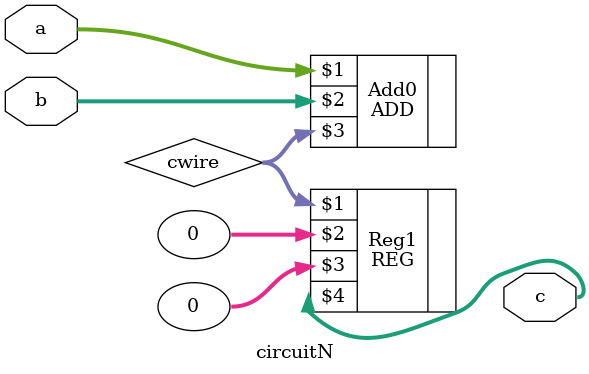
<source format=v>
`timescale 1ns / 1ps
module circuitN(a, b, c);
input [7:0] a;
input [7:0] b;
output [7:0] c;
wire [7:0] cwire;
ADD #(8) Add0(a, b, cwire);
REG #(8) Reg1(cwire, 0, 0, c);
endmodule
</source>
